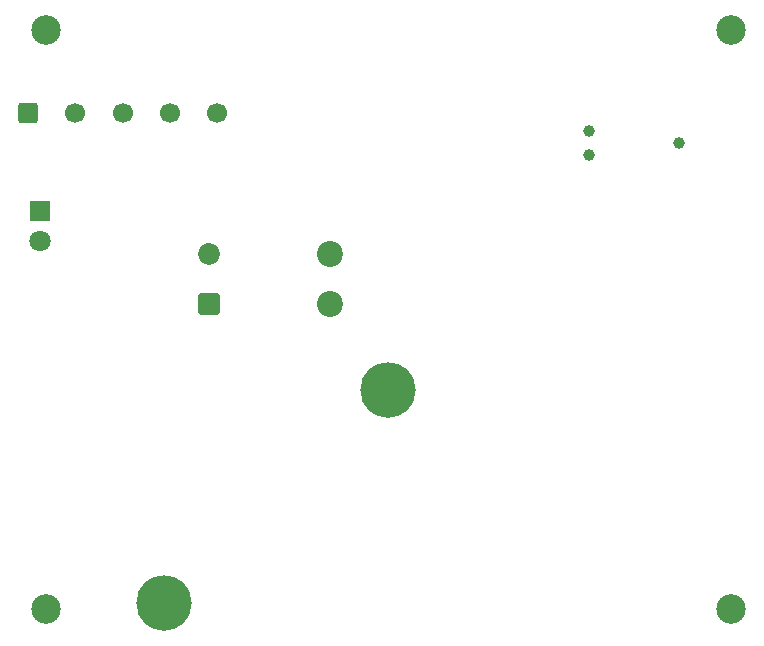
<source format=gbr>
%TF.GenerationSoftware,KiCad,Pcbnew,6.0.0-d3dd2cf0fa~116~ubuntu21.10.1*%
%TF.CreationDate,2022-01-01T15:31:36+02:00*%
%TF.ProjectId,moca-hcho,6d6f6361-2d68-4636-986f-2e6b69636164,v1.0*%
%TF.SameCoordinates,Original*%
%TF.FileFunction,Soldermask,Bot*%
%TF.FilePolarity,Negative*%
%FSLAX46Y46*%
G04 Gerber Fmt 4.6, Leading zero omitted, Abs format (unit mm)*
G04 Created by KiCad (PCBNEW 6.0.0-d3dd2cf0fa~116~ubuntu21.10.1) date 2022-01-01 15:31:36*
%MOMM*%
%LPD*%
G01*
G04 APERTURE LIST*
G04 Aperture macros list*
%AMRoundRect*
0 Rectangle with rounded corners*
0 $1 Rounding radius*
0 $2 $3 $4 $5 $6 $7 $8 $9 X,Y pos of 4 corners*
0 Add a 4 corners polygon primitive as box body*
4,1,4,$2,$3,$4,$5,$6,$7,$8,$9,$2,$3,0*
0 Add four circle primitives for the rounded corners*
1,1,$1+$1,$2,$3*
1,1,$1+$1,$4,$5*
1,1,$1+$1,$6,$7*
1,1,$1+$1,$8,$9*
0 Add four rect primitives between the rounded corners*
20,1,$1+$1,$2,$3,$4,$5,0*
20,1,$1+$1,$4,$5,$6,$7,0*
20,1,$1+$1,$6,$7,$8,$9,0*
20,1,$1+$1,$8,$9,$2,$3,0*%
G04 Aperture macros list end*
%ADD10RoundRect,0.250000X-0.600000X-0.600000X0.600000X-0.600000X0.600000X0.600000X-0.600000X0.600000X0*%
%ADD11C,1.700000*%
%ADD12C,2.500000*%
%ADD13R,1.800000X1.800000*%
%ADD14C,1.800000*%
%ADD15C,0.990600*%
%ADD16C,2.200000*%
%ADD17RoundRect,0.250000X0.675000X-0.675000X0.675000X0.675000X-0.675000X0.675000X-0.675000X-0.675000X0*%
%ADD18C,1.850000*%
%ADD19C,4.700000*%
G04 APERTURE END LIST*
D10*
%TO.C,J2*%
X69500000Y-82500000D03*
D11*
X73500000Y-82500000D03*
X77500000Y-82500000D03*
X81500000Y-82500000D03*
X85500000Y-82500000D03*
%TD*%
D12*
%TO.C,H4*%
X129000000Y-124500000D03*
%TD*%
%TO.C,H2*%
X129000000Y-75500000D03*
%TD*%
%TO.C,H3*%
X71000000Y-75500000D03*
%TD*%
D13*
%TO.C,D3*%
X70500000Y-90800000D03*
D14*
X70500000Y-93340000D03*
%TD*%
D15*
%TO.C,J3*%
X116990000Y-84084000D03*
X116990000Y-86116000D03*
X124610000Y-85100000D03*
%TD*%
D16*
%TO.C,J1*%
X95010000Y-94500000D03*
X95010000Y-98700000D03*
D17*
X84810000Y-98700000D03*
D18*
X84810000Y-94500000D03*
%TD*%
D12*
%TO.C,H1*%
X71000000Y-124500000D03*
%TD*%
D19*
%TO.C,H5*%
X81000000Y-124000000D03*
%TD*%
%TO.C,H6*%
X100000000Y-106000000D03*
%TD*%
M02*

</source>
